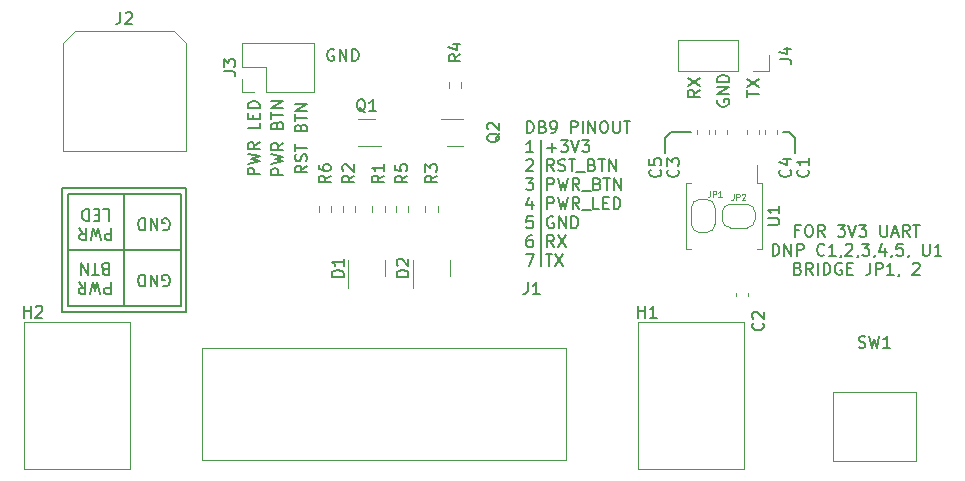
<source format=gto>
%TF.GenerationSoftware,KiCad,Pcbnew,(5.99.0-8090-ga1d7a959f7)*%
%TF.CreationDate,2021-08-13T15:37:55+01:00*%
%TF.ProjectId,conio-b,636f6e69-6f2d-4622-9e6b-696361645f70,rev?*%
%TF.SameCoordinates,Original*%
%TF.FileFunction,Legend,Top*%
%TF.FilePolarity,Positive*%
%FSLAX46Y46*%
G04 Gerber Fmt 4.6, Leading zero omitted, Abs format (unit mm)*
G04 Created by KiCad (PCBNEW (5.99.0-8090-ga1d7a959f7)) date 2021-08-13 15:37:55*
%MOMM*%
%LPD*%
G01*
G04 APERTURE LIST*
%ADD10C,0.150000*%
%ADD11C,0.070000*%
%ADD12C,0.120000*%
G04 APERTURE END LIST*
D10*
X130568750Y-101587500D02*
X121068750Y-101587500D01*
X120568750Y-96337500D02*
X131068750Y-96337500D01*
X131068750Y-96337500D02*
X131068750Y-106837500D01*
X131068750Y-106837500D02*
X120568750Y-106837500D01*
X120568750Y-106837500D02*
X120568750Y-96337500D01*
X182068750Y-91587500D02*
X181568750Y-91587500D01*
X161069179Y-102923324D02*
X161067733Y-92262236D01*
X182568750Y-93337500D02*
X182568750Y-92087500D01*
X172068750Y-91587500D02*
X173318750Y-91587500D01*
X125818750Y-96837500D02*
X125818750Y-106337500D01*
X173318750Y-91587500D02*
X173818750Y-91587500D01*
X182568750Y-92087500D02*
X182068750Y-91587500D01*
X171568750Y-92087500D02*
X172068750Y-91587500D01*
X171568750Y-93337500D02*
X171568750Y-92087500D01*
X121068750Y-96837500D02*
X130568750Y-96837500D01*
X130568750Y-96837500D02*
X130568750Y-106337500D01*
X130568750Y-106337500D02*
X121068750Y-106337500D01*
X121068750Y-106337500D02*
X121068750Y-96837500D01*
X176068750Y-88849404D02*
X176021130Y-88944642D01*
X176021130Y-89087500D01*
X176068750Y-89230357D01*
X176163988Y-89325595D01*
X176259226Y-89373214D01*
X176449702Y-89420833D01*
X176592559Y-89420833D01*
X176783035Y-89373214D01*
X176878273Y-89325595D01*
X176973511Y-89230357D01*
X177021130Y-89087500D01*
X177021130Y-88992261D01*
X176973511Y-88849404D01*
X176925892Y-88801785D01*
X176592559Y-88801785D01*
X176592559Y-88992261D01*
X177021130Y-88373214D02*
X176021130Y-88373214D01*
X177021130Y-87801785D01*
X176021130Y-87801785D01*
X177021130Y-87325595D02*
X176021130Y-87325595D01*
X176021130Y-87087500D01*
X176068750Y-86944642D01*
X176163988Y-86849404D01*
X176259226Y-86801785D01*
X176449702Y-86754166D01*
X176592559Y-86754166D01*
X176783035Y-86801785D01*
X176878273Y-86849404D01*
X176973511Y-86944642D01*
X177021130Y-87087500D01*
X177021130Y-87325595D01*
X178521130Y-88599404D02*
X178521130Y-88027976D01*
X179521130Y-88313690D02*
X178521130Y-88313690D01*
X178521130Y-87789880D02*
X179521130Y-87123214D01*
X178521130Y-87123214D02*
X179521130Y-87789880D01*
X129080654Y-99837500D02*
X129175892Y-99885119D01*
X129318750Y-99885119D01*
X129461607Y-99837500D01*
X129556845Y-99742261D01*
X129604464Y-99647023D01*
X129652083Y-99456547D01*
X129652083Y-99313690D01*
X129604464Y-99123214D01*
X129556845Y-99027976D01*
X129461607Y-98932738D01*
X129318750Y-98885119D01*
X129223511Y-98885119D01*
X129080654Y-98932738D01*
X129033035Y-98980357D01*
X129033035Y-99313690D01*
X129223511Y-99313690D01*
X128604464Y-98885119D02*
X128604464Y-99885119D01*
X128033035Y-98885119D01*
X128033035Y-99885119D01*
X127556845Y-98885119D02*
X127556845Y-99885119D01*
X127318750Y-99885119D01*
X127175892Y-99837500D01*
X127080654Y-99742261D01*
X127033035Y-99647023D01*
X126985416Y-99456547D01*
X126985416Y-99313690D01*
X127033035Y-99123214D01*
X127080654Y-99027976D01*
X127175892Y-98932738D01*
X127318750Y-98885119D01*
X127556845Y-98885119D01*
X137271130Y-95158928D02*
X136271130Y-95158928D01*
X136271130Y-94777976D01*
X136318750Y-94682738D01*
X136366369Y-94635119D01*
X136461607Y-94587500D01*
X136604464Y-94587500D01*
X136699702Y-94635119D01*
X136747321Y-94682738D01*
X136794940Y-94777976D01*
X136794940Y-95158928D01*
X136271130Y-94254166D02*
X137271130Y-94016071D01*
X136556845Y-93825595D01*
X137271130Y-93635119D01*
X136271130Y-93397023D01*
X137271130Y-92444642D02*
X136794940Y-92777976D01*
X137271130Y-93016071D02*
X136271130Y-93016071D01*
X136271130Y-92635119D01*
X136318750Y-92539880D01*
X136366369Y-92492261D01*
X136461607Y-92444642D01*
X136604464Y-92444642D01*
X136699702Y-92492261D01*
X136747321Y-92539880D01*
X136794940Y-92635119D01*
X136794940Y-93016071D01*
X137271130Y-90777976D02*
X137271130Y-91254166D01*
X136271130Y-91254166D01*
X136747321Y-90444642D02*
X136747321Y-90111309D01*
X137271130Y-89968452D02*
X137271130Y-90444642D01*
X136271130Y-90444642D01*
X136271130Y-89968452D01*
X137271130Y-89539880D02*
X136271130Y-89539880D01*
X136271130Y-89301785D01*
X136318750Y-89158928D01*
X136413988Y-89063690D01*
X136509226Y-89016071D01*
X136699702Y-88968452D01*
X136842559Y-88968452D01*
X137033035Y-89016071D01*
X137128273Y-89063690D01*
X137223511Y-89158928D01*
X137271130Y-89301785D01*
X137271130Y-89539880D01*
X159904345Y-91654880D02*
X159904345Y-90654880D01*
X160142440Y-90654880D01*
X160285297Y-90702500D01*
X160380535Y-90797738D01*
X160428154Y-90892976D01*
X160475773Y-91083452D01*
X160475773Y-91226309D01*
X160428154Y-91416785D01*
X160380535Y-91512023D01*
X160285297Y-91607261D01*
X160142440Y-91654880D01*
X159904345Y-91654880D01*
X161237678Y-91131071D02*
X161380535Y-91178690D01*
X161428154Y-91226309D01*
X161475773Y-91321547D01*
X161475773Y-91464404D01*
X161428154Y-91559642D01*
X161380535Y-91607261D01*
X161285297Y-91654880D01*
X160904345Y-91654880D01*
X160904345Y-90654880D01*
X161237678Y-90654880D01*
X161332916Y-90702500D01*
X161380535Y-90750119D01*
X161428154Y-90845357D01*
X161428154Y-90940595D01*
X161380535Y-91035833D01*
X161332916Y-91083452D01*
X161237678Y-91131071D01*
X160904345Y-91131071D01*
X161951964Y-91654880D02*
X162142440Y-91654880D01*
X162237678Y-91607261D01*
X162285297Y-91559642D01*
X162380535Y-91416785D01*
X162428154Y-91226309D01*
X162428154Y-90845357D01*
X162380535Y-90750119D01*
X162332916Y-90702500D01*
X162237678Y-90654880D01*
X162047202Y-90654880D01*
X161951964Y-90702500D01*
X161904345Y-90750119D01*
X161856726Y-90845357D01*
X161856726Y-91083452D01*
X161904345Y-91178690D01*
X161951964Y-91226309D01*
X162047202Y-91273928D01*
X162237678Y-91273928D01*
X162332916Y-91226309D01*
X162380535Y-91178690D01*
X162428154Y-91083452D01*
X163618630Y-91654880D02*
X163618630Y-90654880D01*
X163999583Y-90654880D01*
X164094821Y-90702500D01*
X164142440Y-90750119D01*
X164190059Y-90845357D01*
X164190059Y-90988214D01*
X164142440Y-91083452D01*
X164094821Y-91131071D01*
X163999583Y-91178690D01*
X163618630Y-91178690D01*
X164618630Y-91654880D02*
X164618630Y-90654880D01*
X165094821Y-91654880D02*
X165094821Y-90654880D01*
X165666250Y-91654880D01*
X165666250Y-90654880D01*
X166332916Y-90654880D02*
X166523392Y-90654880D01*
X166618630Y-90702500D01*
X166713869Y-90797738D01*
X166761488Y-90988214D01*
X166761488Y-91321547D01*
X166713869Y-91512023D01*
X166618630Y-91607261D01*
X166523392Y-91654880D01*
X166332916Y-91654880D01*
X166237678Y-91607261D01*
X166142440Y-91512023D01*
X166094821Y-91321547D01*
X166094821Y-90988214D01*
X166142440Y-90797738D01*
X166237678Y-90702500D01*
X166332916Y-90654880D01*
X167190059Y-90654880D02*
X167190059Y-91464404D01*
X167237678Y-91559642D01*
X167285297Y-91607261D01*
X167380535Y-91654880D01*
X167571011Y-91654880D01*
X167666250Y-91607261D01*
X167713869Y-91559642D01*
X167761488Y-91464404D01*
X167761488Y-90654880D01*
X168094821Y-90654880D02*
X168666250Y-90654880D01*
X168380535Y-91654880D02*
X168380535Y-90654880D01*
X160428154Y-93264880D02*
X159856726Y-93264880D01*
X160142440Y-93264880D02*
X160142440Y-92264880D01*
X160047202Y-92407738D01*
X159951964Y-92502976D01*
X159856726Y-92550595D01*
X161618630Y-92883928D02*
X162380535Y-92883928D01*
X161999583Y-93264880D02*
X161999583Y-92502976D01*
X162761488Y-92264880D02*
X163380535Y-92264880D01*
X163047202Y-92645833D01*
X163190059Y-92645833D01*
X163285297Y-92693452D01*
X163332916Y-92741071D01*
X163380535Y-92836309D01*
X163380535Y-93074404D01*
X163332916Y-93169642D01*
X163285297Y-93217261D01*
X163190059Y-93264880D01*
X162904345Y-93264880D01*
X162809107Y-93217261D01*
X162761488Y-93169642D01*
X163666250Y-92264880D02*
X163999583Y-93264880D01*
X164332916Y-92264880D01*
X164571011Y-92264880D02*
X165190059Y-92264880D01*
X164856726Y-92645833D01*
X164999583Y-92645833D01*
X165094821Y-92693452D01*
X165142440Y-92741071D01*
X165190059Y-92836309D01*
X165190059Y-93074404D01*
X165142440Y-93169642D01*
X165094821Y-93217261D01*
X164999583Y-93264880D01*
X164713869Y-93264880D01*
X164618630Y-93217261D01*
X164571011Y-93169642D01*
X159856726Y-93970119D02*
X159904345Y-93922500D01*
X159999583Y-93874880D01*
X160237678Y-93874880D01*
X160332916Y-93922500D01*
X160380535Y-93970119D01*
X160428154Y-94065357D01*
X160428154Y-94160595D01*
X160380535Y-94303452D01*
X159809107Y-94874880D01*
X160428154Y-94874880D01*
X162190059Y-94874880D02*
X161856726Y-94398690D01*
X161618630Y-94874880D02*
X161618630Y-93874880D01*
X161999583Y-93874880D01*
X162094821Y-93922500D01*
X162142440Y-93970119D01*
X162190059Y-94065357D01*
X162190059Y-94208214D01*
X162142440Y-94303452D01*
X162094821Y-94351071D01*
X161999583Y-94398690D01*
X161618630Y-94398690D01*
X162571011Y-94827261D02*
X162713869Y-94874880D01*
X162951964Y-94874880D01*
X163047202Y-94827261D01*
X163094821Y-94779642D01*
X163142440Y-94684404D01*
X163142440Y-94589166D01*
X163094821Y-94493928D01*
X163047202Y-94446309D01*
X162951964Y-94398690D01*
X162761488Y-94351071D01*
X162666250Y-94303452D01*
X162618630Y-94255833D01*
X162571011Y-94160595D01*
X162571011Y-94065357D01*
X162618630Y-93970119D01*
X162666250Y-93922500D01*
X162761488Y-93874880D01*
X162999583Y-93874880D01*
X163142440Y-93922500D01*
X163428154Y-93874880D02*
X163999583Y-93874880D01*
X163713869Y-94874880D02*
X163713869Y-93874880D01*
X164094821Y-94970119D02*
X164856726Y-94970119D01*
X165428154Y-94351071D02*
X165571011Y-94398690D01*
X165618630Y-94446309D01*
X165666250Y-94541547D01*
X165666250Y-94684404D01*
X165618630Y-94779642D01*
X165571011Y-94827261D01*
X165475773Y-94874880D01*
X165094821Y-94874880D01*
X165094821Y-93874880D01*
X165428154Y-93874880D01*
X165523392Y-93922500D01*
X165571011Y-93970119D01*
X165618630Y-94065357D01*
X165618630Y-94160595D01*
X165571011Y-94255833D01*
X165523392Y-94303452D01*
X165428154Y-94351071D01*
X165094821Y-94351071D01*
X165951964Y-93874880D02*
X166523392Y-93874880D01*
X166237678Y-94874880D02*
X166237678Y-93874880D01*
X166856726Y-94874880D02*
X166856726Y-93874880D01*
X167428154Y-94874880D01*
X167428154Y-93874880D01*
X159809107Y-95484880D02*
X160428154Y-95484880D01*
X160094821Y-95865833D01*
X160237678Y-95865833D01*
X160332916Y-95913452D01*
X160380535Y-95961071D01*
X160428154Y-96056309D01*
X160428154Y-96294404D01*
X160380535Y-96389642D01*
X160332916Y-96437261D01*
X160237678Y-96484880D01*
X159951964Y-96484880D01*
X159856726Y-96437261D01*
X159809107Y-96389642D01*
X161618630Y-96484880D02*
X161618630Y-95484880D01*
X161999583Y-95484880D01*
X162094821Y-95532500D01*
X162142440Y-95580119D01*
X162190059Y-95675357D01*
X162190059Y-95818214D01*
X162142440Y-95913452D01*
X162094821Y-95961071D01*
X161999583Y-96008690D01*
X161618630Y-96008690D01*
X162523392Y-95484880D02*
X162761488Y-96484880D01*
X162951964Y-95770595D01*
X163142440Y-96484880D01*
X163380535Y-95484880D01*
X164332916Y-96484880D02*
X163999583Y-96008690D01*
X163761488Y-96484880D02*
X163761488Y-95484880D01*
X164142440Y-95484880D01*
X164237678Y-95532500D01*
X164285297Y-95580119D01*
X164332916Y-95675357D01*
X164332916Y-95818214D01*
X164285297Y-95913452D01*
X164237678Y-95961071D01*
X164142440Y-96008690D01*
X163761488Y-96008690D01*
X164523392Y-96580119D02*
X165285297Y-96580119D01*
X165856726Y-95961071D02*
X165999583Y-96008690D01*
X166047202Y-96056309D01*
X166094821Y-96151547D01*
X166094821Y-96294404D01*
X166047202Y-96389642D01*
X165999583Y-96437261D01*
X165904345Y-96484880D01*
X165523392Y-96484880D01*
X165523392Y-95484880D01*
X165856726Y-95484880D01*
X165951964Y-95532500D01*
X165999583Y-95580119D01*
X166047202Y-95675357D01*
X166047202Y-95770595D01*
X165999583Y-95865833D01*
X165951964Y-95913452D01*
X165856726Y-95961071D01*
X165523392Y-95961071D01*
X166380535Y-95484880D02*
X166951964Y-95484880D01*
X166666250Y-96484880D02*
X166666250Y-95484880D01*
X167285297Y-96484880D02*
X167285297Y-95484880D01*
X167856726Y-96484880D01*
X167856726Y-95484880D01*
X160332916Y-97428214D02*
X160332916Y-98094880D01*
X160094821Y-97047261D02*
X159856726Y-97761547D01*
X160475773Y-97761547D01*
X161618630Y-98094880D02*
X161618630Y-97094880D01*
X161999583Y-97094880D01*
X162094821Y-97142500D01*
X162142440Y-97190119D01*
X162190059Y-97285357D01*
X162190059Y-97428214D01*
X162142440Y-97523452D01*
X162094821Y-97571071D01*
X161999583Y-97618690D01*
X161618630Y-97618690D01*
X162523392Y-97094880D02*
X162761488Y-98094880D01*
X162951964Y-97380595D01*
X163142440Y-98094880D01*
X163380535Y-97094880D01*
X164332916Y-98094880D02*
X163999583Y-97618690D01*
X163761488Y-98094880D02*
X163761488Y-97094880D01*
X164142440Y-97094880D01*
X164237678Y-97142500D01*
X164285297Y-97190119D01*
X164332916Y-97285357D01*
X164332916Y-97428214D01*
X164285297Y-97523452D01*
X164237678Y-97571071D01*
X164142440Y-97618690D01*
X163761488Y-97618690D01*
X164523392Y-98190119D02*
X165285297Y-98190119D01*
X165999583Y-98094880D02*
X165523392Y-98094880D01*
X165523392Y-97094880D01*
X166332916Y-97571071D02*
X166666250Y-97571071D01*
X166809107Y-98094880D02*
X166332916Y-98094880D01*
X166332916Y-97094880D01*
X166809107Y-97094880D01*
X167237678Y-98094880D02*
X167237678Y-97094880D01*
X167475773Y-97094880D01*
X167618630Y-97142500D01*
X167713869Y-97237738D01*
X167761488Y-97332976D01*
X167809107Y-97523452D01*
X167809107Y-97666309D01*
X167761488Y-97856785D01*
X167713869Y-97952023D01*
X167618630Y-98047261D01*
X167475773Y-98094880D01*
X167237678Y-98094880D01*
X160380535Y-98704880D02*
X159904345Y-98704880D01*
X159856726Y-99181071D01*
X159904345Y-99133452D01*
X159999583Y-99085833D01*
X160237678Y-99085833D01*
X160332916Y-99133452D01*
X160380535Y-99181071D01*
X160428154Y-99276309D01*
X160428154Y-99514404D01*
X160380535Y-99609642D01*
X160332916Y-99657261D01*
X160237678Y-99704880D01*
X159999583Y-99704880D01*
X159904345Y-99657261D01*
X159856726Y-99609642D01*
X162142440Y-98752500D02*
X162047202Y-98704880D01*
X161904345Y-98704880D01*
X161761488Y-98752500D01*
X161666250Y-98847738D01*
X161618630Y-98942976D01*
X161571011Y-99133452D01*
X161571011Y-99276309D01*
X161618630Y-99466785D01*
X161666250Y-99562023D01*
X161761488Y-99657261D01*
X161904345Y-99704880D01*
X161999583Y-99704880D01*
X162142440Y-99657261D01*
X162190059Y-99609642D01*
X162190059Y-99276309D01*
X161999583Y-99276309D01*
X162618630Y-99704880D02*
X162618630Y-98704880D01*
X163190059Y-99704880D01*
X163190059Y-98704880D01*
X163666250Y-99704880D02*
X163666250Y-98704880D01*
X163904345Y-98704880D01*
X164047202Y-98752500D01*
X164142440Y-98847738D01*
X164190059Y-98942976D01*
X164237678Y-99133452D01*
X164237678Y-99276309D01*
X164190059Y-99466785D01*
X164142440Y-99562023D01*
X164047202Y-99657261D01*
X163904345Y-99704880D01*
X163666250Y-99704880D01*
X160332916Y-100314880D02*
X160142440Y-100314880D01*
X160047202Y-100362500D01*
X159999583Y-100410119D01*
X159904345Y-100552976D01*
X159856726Y-100743452D01*
X159856726Y-101124404D01*
X159904345Y-101219642D01*
X159951964Y-101267261D01*
X160047202Y-101314880D01*
X160237678Y-101314880D01*
X160332916Y-101267261D01*
X160380535Y-101219642D01*
X160428154Y-101124404D01*
X160428154Y-100886309D01*
X160380535Y-100791071D01*
X160332916Y-100743452D01*
X160237678Y-100695833D01*
X160047202Y-100695833D01*
X159951964Y-100743452D01*
X159904345Y-100791071D01*
X159856726Y-100886309D01*
X162190059Y-101314880D02*
X161856726Y-100838690D01*
X161618630Y-101314880D02*
X161618630Y-100314880D01*
X161999583Y-100314880D01*
X162094821Y-100362500D01*
X162142440Y-100410119D01*
X162190059Y-100505357D01*
X162190059Y-100648214D01*
X162142440Y-100743452D01*
X162094821Y-100791071D01*
X161999583Y-100838690D01*
X161618630Y-100838690D01*
X162523392Y-100314880D02*
X163190059Y-101314880D01*
X163190059Y-100314880D02*
X162523392Y-101314880D01*
X159809107Y-101924880D02*
X160475773Y-101924880D01*
X160047202Y-102924880D01*
X161475773Y-101924880D02*
X162047202Y-101924880D01*
X161761488Y-102924880D02*
X161761488Y-101924880D01*
X162285297Y-101924880D02*
X162951964Y-102924880D01*
X162951964Y-101924880D02*
X162285297Y-102924880D01*
X139271130Y-95206547D02*
X138271130Y-95206547D01*
X138271130Y-94825595D01*
X138318750Y-94730357D01*
X138366369Y-94682738D01*
X138461607Y-94635119D01*
X138604464Y-94635119D01*
X138699702Y-94682738D01*
X138747321Y-94730357D01*
X138794940Y-94825595D01*
X138794940Y-95206547D01*
X138271130Y-94301785D02*
X139271130Y-94063690D01*
X138556845Y-93873214D01*
X139271130Y-93682738D01*
X138271130Y-93444642D01*
X139271130Y-92492261D02*
X138794940Y-92825595D01*
X139271130Y-93063690D02*
X138271130Y-93063690D01*
X138271130Y-92682738D01*
X138318750Y-92587500D01*
X138366369Y-92539880D01*
X138461607Y-92492261D01*
X138604464Y-92492261D01*
X138699702Y-92539880D01*
X138747321Y-92587500D01*
X138794940Y-92682738D01*
X138794940Y-93063690D01*
X138747321Y-90968452D02*
X138794940Y-90825595D01*
X138842559Y-90777976D01*
X138937797Y-90730357D01*
X139080654Y-90730357D01*
X139175892Y-90777976D01*
X139223511Y-90825595D01*
X139271130Y-90920833D01*
X139271130Y-91301785D01*
X138271130Y-91301785D01*
X138271130Y-90968452D01*
X138318750Y-90873214D01*
X138366369Y-90825595D01*
X138461607Y-90777976D01*
X138556845Y-90777976D01*
X138652083Y-90825595D01*
X138699702Y-90873214D01*
X138747321Y-90968452D01*
X138747321Y-91301785D01*
X138271130Y-90444642D02*
X138271130Y-89873214D01*
X139271130Y-90158928D02*
X138271130Y-90158928D01*
X139271130Y-89539880D02*
X138271130Y-89539880D01*
X139271130Y-88968452D01*
X138271130Y-88968452D01*
X124655227Y-104288587D02*
X124655227Y-105288587D01*
X124274274Y-105288587D01*
X124179036Y-105240968D01*
X124131417Y-105193348D01*
X124083798Y-105098110D01*
X124083798Y-104955253D01*
X124131417Y-104860015D01*
X124179036Y-104812396D01*
X124274274Y-104764777D01*
X124655227Y-104764777D01*
X123750465Y-105288587D02*
X123512370Y-104288587D01*
X123321894Y-105002872D01*
X123131417Y-104288587D01*
X122893322Y-105288587D01*
X121940941Y-104288587D02*
X122274274Y-104764777D01*
X122512370Y-104288587D02*
X122512370Y-105288587D01*
X122131417Y-105288587D01*
X122036179Y-105240968D01*
X121988560Y-105193348D01*
X121940941Y-105098110D01*
X121940941Y-104955253D01*
X121988560Y-104860015D01*
X122036179Y-104812396D01*
X122131417Y-104764777D01*
X122512370Y-104764777D01*
X124155227Y-103202396D02*
X124012370Y-103154777D01*
X123964751Y-103107158D01*
X123917132Y-103011920D01*
X123917132Y-102869063D01*
X123964751Y-102773825D01*
X124012370Y-102726206D01*
X124107608Y-102678587D01*
X124488560Y-102678587D01*
X124488560Y-103678587D01*
X124155227Y-103678587D01*
X124059989Y-103630968D01*
X124012370Y-103583348D01*
X123964751Y-103488110D01*
X123964751Y-103392872D01*
X124012370Y-103297634D01*
X124059989Y-103250015D01*
X124155227Y-103202396D01*
X124488560Y-103202396D01*
X123631417Y-103678587D02*
X123059989Y-103678587D01*
X123345703Y-102678587D02*
X123345703Y-103678587D01*
X122726655Y-102678587D02*
X122726655Y-103678587D01*
X122155227Y-102678587D01*
X122155227Y-103678587D01*
X124715487Y-99698774D02*
X124715487Y-100698774D01*
X124334534Y-100698774D01*
X124239296Y-100651155D01*
X124191677Y-100603535D01*
X124144058Y-100508297D01*
X124144058Y-100365440D01*
X124191677Y-100270202D01*
X124239296Y-100222583D01*
X124334534Y-100174964D01*
X124715487Y-100174964D01*
X123810725Y-100698774D02*
X123572630Y-99698774D01*
X123382154Y-100413059D01*
X123191677Y-99698774D01*
X122953582Y-100698774D01*
X122001201Y-99698774D02*
X122334534Y-100174964D01*
X122572630Y-99698774D02*
X122572630Y-100698774D01*
X122191677Y-100698774D01*
X122096439Y-100651155D01*
X122048820Y-100603535D01*
X122001201Y-100508297D01*
X122001201Y-100365440D01*
X122048820Y-100270202D01*
X122096439Y-100222583D01*
X122191677Y-100174964D01*
X122572630Y-100174964D01*
X124025011Y-98088774D02*
X124501201Y-98088774D01*
X124501201Y-99088774D01*
X123691677Y-98612583D02*
X123358344Y-98612583D01*
X123215487Y-98088774D02*
X123691677Y-98088774D01*
X123691677Y-99088774D01*
X123215487Y-99088774D01*
X122786915Y-98088774D02*
X122786915Y-99088774D01*
X122548820Y-99088774D01*
X122405963Y-99041155D01*
X122310725Y-98945916D01*
X122263106Y-98850678D01*
X122215487Y-98660202D01*
X122215487Y-98517345D01*
X122263106Y-98326869D01*
X122310725Y-98231631D01*
X122405963Y-98136393D01*
X122548820Y-98088774D01*
X122786915Y-98088774D01*
X182961607Y-99906071D02*
X182628273Y-99906071D01*
X182628273Y-100429880D02*
X182628273Y-99429880D01*
X183104464Y-99429880D01*
X183675892Y-99429880D02*
X183866369Y-99429880D01*
X183961607Y-99477500D01*
X184056845Y-99572738D01*
X184104464Y-99763214D01*
X184104464Y-100096547D01*
X184056845Y-100287023D01*
X183961607Y-100382261D01*
X183866369Y-100429880D01*
X183675892Y-100429880D01*
X183580654Y-100382261D01*
X183485416Y-100287023D01*
X183437797Y-100096547D01*
X183437797Y-99763214D01*
X183485416Y-99572738D01*
X183580654Y-99477500D01*
X183675892Y-99429880D01*
X185104464Y-100429880D02*
X184771130Y-99953690D01*
X184533035Y-100429880D02*
X184533035Y-99429880D01*
X184913988Y-99429880D01*
X185009226Y-99477500D01*
X185056845Y-99525119D01*
X185104464Y-99620357D01*
X185104464Y-99763214D01*
X185056845Y-99858452D01*
X185009226Y-99906071D01*
X184913988Y-99953690D01*
X184533035Y-99953690D01*
X186199702Y-99429880D02*
X186818750Y-99429880D01*
X186485416Y-99810833D01*
X186628273Y-99810833D01*
X186723511Y-99858452D01*
X186771130Y-99906071D01*
X186818750Y-100001309D01*
X186818750Y-100239404D01*
X186771130Y-100334642D01*
X186723511Y-100382261D01*
X186628273Y-100429880D01*
X186342559Y-100429880D01*
X186247321Y-100382261D01*
X186199702Y-100334642D01*
X187104464Y-99429880D02*
X187437797Y-100429880D01*
X187771130Y-99429880D01*
X188009226Y-99429880D02*
X188628273Y-99429880D01*
X188294940Y-99810833D01*
X188437797Y-99810833D01*
X188533035Y-99858452D01*
X188580654Y-99906071D01*
X188628273Y-100001309D01*
X188628273Y-100239404D01*
X188580654Y-100334642D01*
X188533035Y-100382261D01*
X188437797Y-100429880D01*
X188152083Y-100429880D01*
X188056845Y-100382261D01*
X188009226Y-100334642D01*
X189818750Y-99429880D02*
X189818750Y-100239404D01*
X189866369Y-100334642D01*
X189913988Y-100382261D01*
X190009226Y-100429880D01*
X190199702Y-100429880D01*
X190294940Y-100382261D01*
X190342559Y-100334642D01*
X190390178Y-100239404D01*
X190390178Y-99429880D01*
X190818750Y-100144166D02*
X191294940Y-100144166D01*
X190723511Y-100429880D02*
X191056845Y-99429880D01*
X191390178Y-100429880D01*
X192294940Y-100429880D02*
X191961607Y-99953690D01*
X191723511Y-100429880D02*
X191723511Y-99429880D01*
X192104464Y-99429880D01*
X192199702Y-99477500D01*
X192247321Y-99525119D01*
X192294940Y-99620357D01*
X192294940Y-99763214D01*
X192247321Y-99858452D01*
X192199702Y-99906071D01*
X192104464Y-99953690D01*
X191723511Y-99953690D01*
X192580654Y-99429880D02*
X193152083Y-99429880D01*
X192866369Y-100429880D02*
X192866369Y-99429880D01*
X180699702Y-102039880D02*
X180699702Y-101039880D01*
X180937797Y-101039880D01*
X181080654Y-101087500D01*
X181175892Y-101182738D01*
X181223511Y-101277976D01*
X181271130Y-101468452D01*
X181271130Y-101611309D01*
X181223511Y-101801785D01*
X181175892Y-101897023D01*
X181080654Y-101992261D01*
X180937797Y-102039880D01*
X180699702Y-102039880D01*
X181699702Y-102039880D02*
X181699702Y-101039880D01*
X182271130Y-102039880D01*
X182271130Y-101039880D01*
X182747321Y-102039880D02*
X182747321Y-101039880D01*
X183128273Y-101039880D01*
X183223511Y-101087500D01*
X183271130Y-101135119D01*
X183318750Y-101230357D01*
X183318750Y-101373214D01*
X183271130Y-101468452D01*
X183223511Y-101516071D01*
X183128273Y-101563690D01*
X182747321Y-101563690D01*
X185080654Y-101944642D02*
X185033035Y-101992261D01*
X184890178Y-102039880D01*
X184794940Y-102039880D01*
X184652083Y-101992261D01*
X184556845Y-101897023D01*
X184509226Y-101801785D01*
X184461607Y-101611309D01*
X184461607Y-101468452D01*
X184509226Y-101277976D01*
X184556845Y-101182738D01*
X184652083Y-101087500D01*
X184794940Y-101039880D01*
X184890178Y-101039880D01*
X185033035Y-101087500D01*
X185080654Y-101135119D01*
X186033035Y-102039880D02*
X185461607Y-102039880D01*
X185747321Y-102039880D02*
X185747321Y-101039880D01*
X185652083Y-101182738D01*
X185556845Y-101277976D01*
X185461607Y-101325595D01*
X186509226Y-101992261D02*
X186509226Y-102039880D01*
X186461607Y-102135119D01*
X186413988Y-102182738D01*
X186890178Y-101135119D02*
X186937797Y-101087500D01*
X187033035Y-101039880D01*
X187271130Y-101039880D01*
X187366369Y-101087500D01*
X187413988Y-101135119D01*
X187461607Y-101230357D01*
X187461607Y-101325595D01*
X187413988Y-101468452D01*
X186842559Y-102039880D01*
X187461607Y-102039880D01*
X187937797Y-101992261D02*
X187937797Y-102039880D01*
X187890178Y-102135119D01*
X187842559Y-102182738D01*
X188271130Y-101039880D02*
X188890178Y-101039880D01*
X188556845Y-101420833D01*
X188699702Y-101420833D01*
X188794940Y-101468452D01*
X188842559Y-101516071D01*
X188890178Y-101611309D01*
X188890178Y-101849404D01*
X188842559Y-101944642D01*
X188794940Y-101992261D01*
X188699702Y-102039880D01*
X188413988Y-102039880D01*
X188318750Y-101992261D01*
X188271130Y-101944642D01*
X189366369Y-101992261D02*
X189366369Y-102039880D01*
X189318750Y-102135119D01*
X189271130Y-102182738D01*
X190223511Y-101373214D02*
X190223511Y-102039880D01*
X189985416Y-100992261D02*
X189747321Y-101706547D01*
X190366369Y-101706547D01*
X190794940Y-101992261D02*
X190794940Y-102039880D01*
X190747321Y-102135119D01*
X190699702Y-102182738D01*
X191699702Y-101039880D02*
X191223511Y-101039880D01*
X191175892Y-101516071D01*
X191223511Y-101468452D01*
X191318750Y-101420833D01*
X191556845Y-101420833D01*
X191652083Y-101468452D01*
X191699702Y-101516071D01*
X191747321Y-101611309D01*
X191747321Y-101849404D01*
X191699702Y-101944642D01*
X191652083Y-101992261D01*
X191556845Y-102039880D01*
X191318750Y-102039880D01*
X191223511Y-101992261D01*
X191175892Y-101944642D01*
X192223511Y-101992261D02*
X192223511Y-102039880D01*
X192175892Y-102135119D01*
X192128273Y-102182738D01*
X193413988Y-101039880D02*
X193413988Y-101849404D01*
X193461607Y-101944642D01*
X193509226Y-101992261D01*
X193604464Y-102039880D01*
X193794940Y-102039880D01*
X193890178Y-101992261D01*
X193937797Y-101944642D01*
X193985416Y-101849404D01*
X193985416Y-101039880D01*
X194985416Y-102039880D02*
X194413988Y-102039880D01*
X194699702Y-102039880D02*
X194699702Y-101039880D01*
X194604464Y-101182738D01*
X194509226Y-101277976D01*
X194413988Y-101325595D01*
X182866369Y-103126071D02*
X183009226Y-103173690D01*
X183056845Y-103221309D01*
X183104464Y-103316547D01*
X183104464Y-103459404D01*
X183056845Y-103554642D01*
X183009226Y-103602261D01*
X182913988Y-103649880D01*
X182533035Y-103649880D01*
X182533035Y-102649880D01*
X182866369Y-102649880D01*
X182961607Y-102697500D01*
X183009226Y-102745119D01*
X183056845Y-102840357D01*
X183056845Y-102935595D01*
X183009226Y-103030833D01*
X182961607Y-103078452D01*
X182866369Y-103126071D01*
X182533035Y-103126071D01*
X184104464Y-103649880D02*
X183771130Y-103173690D01*
X183533035Y-103649880D02*
X183533035Y-102649880D01*
X183913988Y-102649880D01*
X184009226Y-102697500D01*
X184056845Y-102745119D01*
X184104464Y-102840357D01*
X184104464Y-102983214D01*
X184056845Y-103078452D01*
X184009226Y-103126071D01*
X183913988Y-103173690D01*
X183533035Y-103173690D01*
X184533035Y-103649880D02*
X184533035Y-102649880D01*
X185009226Y-103649880D02*
X185009226Y-102649880D01*
X185247321Y-102649880D01*
X185390178Y-102697500D01*
X185485416Y-102792738D01*
X185533035Y-102887976D01*
X185580654Y-103078452D01*
X185580654Y-103221309D01*
X185533035Y-103411785D01*
X185485416Y-103507023D01*
X185390178Y-103602261D01*
X185247321Y-103649880D01*
X185009226Y-103649880D01*
X186533035Y-102697500D02*
X186437797Y-102649880D01*
X186294940Y-102649880D01*
X186152083Y-102697500D01*
X186056845Y-102792738D01*
X186009226Y-102887976D01*
X185961607Y-103078452D01*
X185961607Y-103221309D01*
X186009226Y-103411785D01*
X186056845Y-103507023D01*
X186152083Y-103602261D01*
X186294940Y-103649880D01*
X186390178Y-103649880D01*
X186533035Y-103602261D01*
X186580654Y-103554642D01*
X186580654Y-103221309D01*
X186390178Y-103221309D01*
X187009226Y-103126071D02*
X187342559Y-103126071D01*
X187485416Y-103649880D02*
X187009226Y-103649880D01*
X187009226Y-102649880D01*
X187485416Y-102649880D01*
X188961607Y-102649880D02*
X188961607Y-103364166D01*
X188913988Y-103507023D01*
X188818750Y-103602261D01*
X188675892Y-103649880D01*
X188580654Y-103649880D01*
X189437797Y-103649880D02*
X189437797Y-102649880D01*
X189818750Y-102649880D01*
X189913988Y-102697500D01*
X189961607Y-102745119D01*
X190009226Y-102840357D01*
X190009226Y-102983214D01*
X189961607Y-103078452D01*
X189913988Y-103126071D01*
X189818750Y-103173690D01*
X189437797Y-103173690D01*
X190961607Y-103649880D02*
X190390178Y-103649880D01*
X190675892Y-103649880D02*
X190675892Y-102649880D01*
X190580654Y-102792738D01*
X190485416Y-102887976D01*
X190390178Y-102935595D01*
X191437797Y-103602261D02*
X191437797Y-103649880D01*
X191390178Y-103745119D01*
X191342559Y-103792738D01*
X192580654Y-102745119D02*
X192628273Y-102697500D01*
X192723511Y-102649880D01*
X192961607Y-102649880D01*
X193056845Y-102697500D01*
X193104464Y-102745119D01*
X193152083Y-102840357D01*
X193152083Y-102935595D01*
X193104464Y-103078452D01*
X192533035Y-103649880D01*
X193152083Y-103649880D01*
X174521130Y-88004166D02*
X174044940Y-88337500D01*
X174521130Y-88575595D02*
X173521130Y-88575595D01*
X173521130Y-88194642D01*
X173568750Y-88099404D01*
X173616369Y-88051785D01*
X173711607Y-88004166D01*
X173854464Y-88004166D01*
X173949702Y-88051785D01*
X173997321Y-88099404D01*
X174044940Y-88194642D01*
X174044940Y-88575595D01*
X173521130Y-87670833D02*
X174521130Y-87004166D01*
X173521130Y-87004166D02*
X174521130Y-87670833D01*
X129080654Y-104587500D02*
X129175892Y-104635119D01*
X129318750Y-104635119D01*
X129461607Y-104587500D01*
X129556845Y-104492261D01*
X129604464Y-104397023D01*
X129652083Y-104206547D01*
X129652083Y-104063690D01*
X129604464Y-103873214D01*
X129556845Y-103777976D01*
X129461607Y-103682738D01*
X129318750Y-103635119D01*
X129223511Y-103635119D01*
X129080654Y-103682738D01*
X129033035Y-103730357D01*
X129033035Y-104063690D01*
X129223511Y-104063690D01*
X128604464Y-103635119D02*
X128604464Y-104635119D01*
X128033035Y-103635119D01*
X128033035Y-104635119D01*
X127556845Y-103635119D02*
X127556845Y-104635119D01*
X127318750Y-104635119D01*
X127175892Y-104587500D01*
X127080654Y-104492261D01*
X127033035Y-104397023D01*
X126985416Y-104206547D01*
X126985416Y-104063690D01*
X127033035Y-103873214D01*
X127080654Y-103777976D01*
X127175892Y-103682738D01*
X127318750Y-103635119D01*
X127556845Y-103635119D01*
X141271130Y-94420833D02*
X140794940Y-94754166D01*
X141271130Y-94992261D02*
X140271130Y-94992261D01*
X140271130Y-94611309D01*
X140318750Y-94516071D01*
X140366369Y-94468452D01*
X140461607Y-94420833D01*
X140604464Y-94420833D01*
X140699702Y-94468452D01*
X140747321Y-94516071D01*
X140794940Y-94611309D01*
X140794940Y-94992261D01*
X141223511Y-94039880D02*
X141271130Y-93897023D01*
X141271130Y-93658928D01*
X141223511Y-93563690D01*
X141175892Y-93516071D01*
X141080654Y-93468452D01*
X140985416Y-93468452D01*
X140890178Y-93516071D01*
X140842559Y-93563690D01*
X140794940Y-93658928D01*
X140747321Y-93849404D01*
X140699702Y-93944642D01*
X140652083Y-93992261D01*
X140556845Y-94039880D01*
X140461607Y-94039880D01*
X140366369Y-93992261D01*
X140318750Y-93944642D01*
X140271130Y-93849404D01*
X140271130Y-93611309D01*
X140318750Y-93468452D01*
X140271130Y-93182738D02*
X140271130Y-92611309D01*
X141271130Y-92897023D02*
X140271130Y-92897023D01*
X140747321Y-91182738D02*
X140794940Y-91039880D01*
X140842559Y-90992261D01*
X140937797Y-90944642D01*
X141080654Y-90944642D01*
X141175892Y-90992261D01*
X141223511Y-91039880D01*
X141271130Y-91135119D01*
X141271130Y-91516071D01*
X140271130Y-91516071D01*
X140271130Y-91182738D01*
X140318750Y-91087500D01*
X140366369Y-91039880D01*
X140461607Y-90992261D01*
X140556845Y-90992261D01*
X140652083Y-91039880D01*
X140699702Y-91087500D01*
X140747321Y-91182738D01*
X140747321Y-91516071D01*
X140271130Y-90658928D02*
X140271130Y-90087500D01*
X141271130Y-90373214D02*
X140271130Y-90373214D01*
X141271130Y-89754166D02*
X140271130Y-89754166D01*
X141271130Y-89182738D01*
X140271130Y-89182738D01*
X143556845Y-84587500D02*
X143461607Y-84539880D01*
X143318750Y-84539880D01*
X143175892Y-84587500D01*
X143080654Y-84682738D01*
X143033035Y-84777976D01*
X142985416Y-84968452D01*
X142985416Y-85111309D01*
X143033035Y-85301785D01*
X143080654Y-85397023D01*
X143175892Y-85492261D01*
X143318750Y-85539880D01*
X143413988Y-85539880D01*
X143556845Y-85492261D01*
X143604464Y-85444642D01*
X143604464Y-85111309D01*
X143413988Y-85111309D01*
X144033035Y-85539880D02*
X144033035Y-84539880D01*
X144604464Y-85539880D01*
X144604464Y-84539880D01*
X145080654Y-85539880D02*
X145080654Y-84539880D01*
X145318750Y-84539880D01*
X145461607Y-84587500D01*
X145556845Y-84682738D01*
X145604464Y-84777976D01*
X145652083Y-84968452D01*
X145652083Y-85111309D01*
X145604464Y-85301785D01*
X145556845Y-85397023D01*
X145461607Y-85492261D01*
X145318750Y-85539880D01*
X145080654Y-85539880D01*
%TO.C,D2*%
X149871130Y-103825595D02*
X148871130Y-103825595D01*
X148871130Y-103587500D01*
X148918750Y-103444642D01*
X149013988Y-103349404D01*
X149109226Y-103301785D01*
X149299702Y-103254166D01*
X149442559Y-103254166D01*
X149633035Y-103301785D01*
X149728273Y-103349404D01*
X149823511Y-103444642D01*
X149871130Y-103587500D01*
X149871130Y-103825595D01*
X148966369Y-102873214D02*
X148918750Y-102825595D01*
X148871130Y-102730357D01*
X148871130Y-102492261D01*
X148918750Y-102397023D01*
X148966369Y-102349404D01*
X149061607Y-102301785D01*
X149156845Y-102301785D01*
X149299702Y-102349404D01*
X149871130Y-102920833D01*
X149871130Y-102301785D01*
D11*
%TO.C,JP1*%
X175402083Y-96563690D02*
X175402083Y-96920833D01*
X175378273Y-96992261D01*
X175330654Y-97039880D01*
X175259226Y-97063690D01*
X175211607Y-97063690D01*
X175640178Y-97063690D02*
X175640178Y-96563690D01*
X175830654Y-96563690D01*
X175878273Y-96587500D01*
X175902083Y-96611309D01*
X175925892Y-96658928D01*
X175925892Y-96730357D01*
X175902083Y-96777976D01*
X175878273Y-96801785D01*
X175830654Y-96825595D01*
X175640178Y-96825595D01*
X176402083Y-97063690D02*
X176116369Y-97063690D01*
X176259226Y-97063690D02*
X176259226Y-96563690D01*
X176211607Y-96635119D01*
X176163988Y-96682738D01*
X176116369Y-96706547D01*
D10*
%TO.C,U1*%
X180271130Y-99436904D02*
X181080654Y-99436904D01*
X181175892Y-99389285D01*
X181223511Y-99341666D01*
X181271130Y-99246428D01*
X181271130Y-99055952D01*
X181223511Y-98960714D01*
X181175892Y-98913095D01*
X181080654Y-98865476D01*
X180271130Y-98865476D01*
X181271130Y-97865476D02*
X181271130Y-98436904D01*
X181271130Y-98151190D02*
X180271130Y-98151190D01*
X180413988Y-98246428D01*
X180509226Y-98341666D01*
X180556845Y-98436904D01*
%TO.C,H2*%
X117306845Y-107289880D02*
X117306845Y-106289880D01*
X117306845Y-106766071D02*
X117878273Y-106766071D01*
X117878273Y-107289880D02*
X117878273Y-106289880D01*
X118306845Y-106385119D02*
X118354464Y-106337500D01*
X118449702Y-106289880D01*
X118687797Y-106289880D01*
X118783035Y-106337500D01*
X118830654Y-106385119D01*
X118878273Y-106480357D01*
X118878273Y-106575595D01*
X118830654Y-106718452D01*
X118259226Y-107289880D01*
X118878273Y-107289880D01*
%TO.C,Q2*%
X157616369Y-91682738D02*
X157568750Y-91777976D01*
X157473511Y-91873214D01*
X157330654Y-92016071D01*
X157283035Y-92111309D01*
X157283035Y-92206547D01*
X157521130Y-92158928D02*
X157473511Y-92254166D01*
X157378273Y-92349404D01*
X157187797Y-92397023D01*
X156854464Y-92397023D01*
X156663988Y-92349404D01*
X156568750Y-92254166D01*
X156521130Y-92158928D01*
X156521130Y-91968452D01*
X156568750Y-91873214D01*
X156663988Y-91777976D01*
X156854464Y-91730357D01*
X157187797Y-91730357D01*
X157378273Y-91777976D01*
X157473511Y-91873214D01*
X157521130Y-91968452D01*
X157521130Y-92158928D01*
X156616369Y-91349404D02*
X156568750Y-91301785D01*
X156521130Y-91206547D01*
X156521130Y-90968452D01*
X156568750Y-90873214D01*
X156616369Y-90825595D01*
X156711607Y-90777976D01*
X156806845Y-90777976D01*
X156949702Y-90825595D01*
X157521130Y-91397023D01*
X157521130Y-90777976D01*
%TO.C,R2*%
X145271130Y-95254166D02*
X144794940Y-95587500D01*
X145271130Y-95825595D02*
X144271130Y-95825595D01*
X144271130Y-95444642D01*
X144318750Y-95349404D01*
X144366369Y-95301785D01*
X144461607Y-95254166D01*
X144604464Y-95254166D01*
X144699702Y-95301785D01*
X144747321Y-95349404D01*
X144794940Y-95444642D01*
X144794940Y-95825595D01*
X144366369Y-94873214D02*
X144318750Y-94825595D01*
X144271130Y-94730357D01*
X144271130Y-94492261D01*
X144318750Y-94397023D01*
X144366369Y-94349404D01*
X144461607Y-94301785D01*
X144556845Y-94301785D01*
X144699702Y-94349404D01*
X145271130Y-94920833D01*
X145271130Y-94301785D01*
%TO.C,J1*%
X159985416Y-104289880D02*
X159985416Y-105004166D01*
X159937797Y-105147023D01*
X159842559Y-105242261D01*
X159699702Y-105289880D01*
X159604464Y-105289880D01*
X160985416Y-105289880D02*
X160413988Y-105289880D01*
X160699702Y-105289880D02*
X160699702Y-104289880D01*
X160604464Y-104432738D01*
X160509226Y-104527976D01*
X160413988Y-104575595D01*
%TO.C,R3*%
X152271130Y-95254166D02*
X151794940Y-95587500D01*
X152271130Y-95825595D02*
X151271130Y-95825595D01*
X151271130Y-95444642D01*
X151318750Y-95349404D01*
X151366369Y-95301785D01*
X151461607Y-95254166D01*
X151604464Y-95254166D01*
X151699702Y-95301785D01*
X151747321Y-95349404D01*
X151794940Y-95444642D01*
X151794940Y-95825595D01*
X151271130Y-94920833D02*
X151271130Y-94301785D01*
X151652083Y-94635119D01*
X151652083Y-94492261D01*
X151699702Y-94397023D01*
X151747321Y-94349404D01*
X151842559Y-94301785D01*
X152080654Y-94301785D01*
X152175892Y-94349404D01*
X152223511Y-94397023D01*
X152271130Y-94492261D01*
X152271130Y-94777976D01*
X152223511Y-94873214D01*
X152175892Y-94920833D01*
%TO.C,H1*%
X169306845Y-107289880D02*
X169306845Y-106289880D01*
X169306845Y-106766071D02*
X169878273Y-106766071D01*
X169878273Y-107289880D02*
X169878273Y-106289880D01*
X170878273Y-107289880D02*
X170306845Y-107289880D01*
X170592559Y-107289880D02*
X170592559Y-106289880D01*
X170497321Y-106432738D01*
X170402083Y-106527976D01*
X170306845Y-106575595D01*
%TO.C,C3*%
X172675892Y-94754166D02*
X172723511Y-94801785D01*
X172771130Y-94944642D01*
X172771130Y-95039880D01*
X172723511Y-95182738D01*
X172628273Y-95277976D01*
X172533035Y-95325595D01*
X172342559Y-95373214D01*
X172199702Y-95373214D01*
X172009226Y-95325595D01*
X171913988Y-95277976D01*
X171818750Y-95182738D01*
X171771130Y-95039880D01*
X171771130Y-94944642D01*
X171818750Y-94801785D01*
X171866369Y-94754166D01*
X171771130Y-94420833D02*
X171771130Y-93801785D01*
X172152083Y-94135119D01*
X172152083Y-93992261D01*
X172199702Y-93897023D01*
X172247321Y-93849404D01*
X172342559Y-93801785D01*
X172580654Y-93801785D01*
X172675892Y-93849404D01*
X172723511Y-93897023D01*
X172771130Y-93992261D01*
X172771130Y-94277976D01*
X172723511Y-94373214D01*
X172675892Y-94420833D01*
%TO.C,Q1*%
X146223511Y-89885119D02*
X146128273Y-89837500D01*
X146033035Y-89742261D01*
X145890178Y-89599404D01*
X145794940Y-89551785D01*
X145699702Y-89551785D01*
X145747321Y-89789880D02*
X145652083Y-89742261D01*
X145556845Y-89647023D01*
X145509226Y-89456547D01*
X145509226Y-89123214D01*
X145556845Y-88932738D01*
X145652083Y-88837500D01*
X145747321Y-88789880D01*
X145937797Y-88789880D01*
X146033035Y-88837500D01*
X146128273Y-88932738D01*
X146175892Y-89123214D01*
X146175892Y-89456547D01*
X146128273Y-89647023D01*
X146033035Y-89742261D01*
X145937797Y-89789880D01*
X145747321Y-89789880D01*
X147128273Y-89789880D02*
X146556845Y-89789880D01*
X146842559Y-89789880D02*
X146842559Y-88789880D01*
X146747321Y-88932738D01*
X146652083Y-89027976D01*
X146556845Y-89075595D01*
%TO.C,R4*%
X154271130Y-85004166D02*
X153794940Y-85337500D01*
X154271130Y-85575595D02*
X153271130Y-85575595D01*
X153271130Y-85194642D01*
X153318750Y-85099404D01*
X153366369Y-85051785D01*
X153461607Y-85004166D01*
X153604464Y-85004166D01*
X153699702Y-85051785D01*
X153747321Y-85099404D01*
X153794940Y-85194642D01*
X153794940Y-85575595D01*
X153604464Y-84147023D02*
X154271130Y-84147023D01*
X153223511Y-84385119D02*
X153937797Y-84623214D01*
X153937797Y-84004166D01*
%TO.C,C2*%
X179855892Y-107754166D02*
X179903511Y-107801785D01*
X179951130Y-107944642D01*
X179951130Y-108039880D01*
X179903511Y-108182738D01*
X179808273Y-108277976D01*
X179713035Y-108325595D01*
X179522559Y-108373214D01*
X179379702Y-108373214D01*
X179189226Y-108325595D01*
X179093988Y-108277976D01*
X178998750Y-108182738D01*
X178951130Y-108039880D01*
X178951130Y-107944642D01*
X178998750Y-107801785D01*
X179046369Y-107754166D01*
X179046369Y-107373214D02*
X178998750Y-107325595D01*
X178951130Y-107230357D01*
X178951130Y-106992261D01*
X178998750Y-106897023D01*
X179046369Y-106849404D01*
X179141607Y-106801785D01*
X179236845Y-106801785D01*
X179379702Y-106849404D01*
X179951130Y-107420833D01*
X179951130Y-106801785D01*
%TO.C,D1*%
X144371130Y-103825595D02*
X143371130Y-103825595D01*
X143371130Y-103587500D01*
X143418750Y-103444642D01*
X143513988Y-103349404D01*
X143609226Y-103301785D01*
X143799702Y-103254166D01*
X143942559Y-103254166D01*
X144133035Y-103301785D01*
X144228273Y-103349404D01*
X144323511Y-103444642D01*
X144371130Y-103587500D01*
X144371130Y-103825595D01*
X144371130Y-102301785D02*
X144371130Y-102873214D01*
X144371130Y-102587500D02*
X143371130Y-102587500D01*
X143513988Y-102682738D01*
X143609226Y-102777976D01*
X143656845Y-102873214D01*
D11*
%TO.C,JP2*%
X177402083Y-96813690D02*
X177402083Y-97170833D01*
X177378273Y-97242261D01*
X177330654Y-97289880D01*
X177259226Y-97313690D01*
X177211607Y-97313690D01*
X177640178Y-97313690D02*
X177640178Y-96813690D01*
X177830654Y-96813690D01*
X177878273Y-96837500D01*
X177902083Y-96861309D01*
X177925892Y-96908928D01*
X177925892Y-96980357D01*
X177902083Y-97027976D01*
X177878273Y-97051785D01*
X177830654Y-97075595D01*
X177640178Y-97075595D01*
X178116369Y-96861309D02*
X178140178Y-96837500D01*
X178187797Y-96813690D01*
X178306845Y-96813690D01*
X178354464Y-96837500D01*
X178378273Y-96861309D01*
X178402083Y-96908928D01*
X178402083Y-96956547D01*
X178378273Y-97027976D01*
X178092559Y-97313690D01*
X178402083Y-97313690D01*
D10*
%TO.C,J3*%
X134211130Y-86420833D02*
X134925416Y-86420833D01*
X135068273Y-86468452D01*
X135163511Y-86563690D01*
X135211130Y-86706547D01*
X135211130Y-86801785D01*
X134211130Y-86039880D02*
X134211130Y-85420833D01*
X134592083Y-85754166D01*
X134592083Y-85611309D01*
X134639702Y-85516071D01*
X134687321Y-85468452D01*
X134782559Y-85420833D01*
X135020654Y-85420833D01*
X135115892Y-85468452D01*
X135163511Y-85516071D01*
X135211130Y-85611309D01*
X135211130Y-85897023D01*
X135163511Y-85992261D01*
X135115892Y-86039880D01*
%TO.C,R5*%
X149771130Y-95254166D02*
X149294940Y-95587500D01*
X149771130Y-95825595D02*
X148771130Y-95825595D01*
X148771130Y-95444642D01*
X148818750Y-95349404D01*
X148866369Y-95301785D01*
X148961607Y-95254166D01*
X149104464Y-95254166D01*
X149199702Y-95301785D01*
X149247321Y-95349404D01*
X149294940Y-95444642D01*
X149294940Y-95825595D01*
X148771130Y-94349404D02*
X148771130Y-94825595D01*
X149247321Y-94873214D01*
X149199702Y-94825595D01*
X149152083Y-94730357D01*
X149152083Y-94492261D01*
X149199702Y-94397023D01*
X149247321Y-94349404D01*
X149342559Y-94301785D01*
X149580654Y-94301785D01*
X149675892Y-94349404D01*
X149723511Y-94397023D01*
X149771130Y-94492261D01*
X149771130Y-94730357D01*
X149723511Y-94825595D01*
X149675892Y-94873214D01*
%TO.C,R1*%
X147771130Y-95254166D02*
X147294940Y-95587500D01*
X147771130Y-95825595D02*
X146771130Y-95825595D01*
X146771130Y-95444642D01*
X146818750Y-95349404D01*
X146866369Y-95301785D01*
X146961607Y-95254166D01*
X147104464Y-95254166D01*
X147199702Y-95301785D01*
X147247321Y-95349404D01*
X147294940Y-95444642D01*
X147294940Y-95825595D01*
X147771130Y-94301785D02*
X147771130Y-94873214D01*
X147771130Y-94587500D02*
X146771130Y-94587500D01*
X146913988Y-94682738D01*
X147009226Y-94777976D01*
X147056845Y-94873214D01*
%TO.C,C1*%
X183675892Y-94754166D02*
X183723511Y-94801785D01*
X183771130Y-94944642D01*
X183771130Y-95039880D01*
X183723511Y-95182738D01*
X183628273Y-95277976D01*
X183533035Y-95325595D01*
X183342559Y-95373214D01*
X183199702Y-95373214D01*
X183009226Y-95325595D01*
X182913988Y-95277976D01*
X182818750Y-95182738D01*
X182771130Y-95039880D01*
X182771130Y-94944642D01*
X182818750Y-94801785D01*
X182866369Y-94754166D01*
X183771130Y-93801785D02*
X183771130Y-94373214D01*
X183771130Y-94087500D02*
X182771130Y-94087500D01*
X182913988Y-94182738D01*
X183009226Y-94277976D01*
X183056845Y-94373214D01*
%TO.C,R6*%
X143271130Y-95254166D02*
X142794940Y-95587500D01*
X143271130Y-95825595D02*
X142271130Y-95825595D01*
X142271130Y-95444642D01*
X142318750Y-95349404D01*
X142366369Y-95301785D01*
X142461607Y-95254166D01*
X142604464Y-95254166D01*
X142699702Y-95301785D01*
X142747321Y-95349404D01*
X142794940Y-95444642D01*
X142794940Y-95825595D01*
X142271130Y-94397023D02*
X142271130Y-94587500D01*
X142318750Y-94682738D01*
X142366369Y-94730357D01*
X142509226Y-94825595D01*
X142699702Y-94873214D01*
X143080654Y-94873214D01*
X143175892Y-94825595D01*
X143223511Y-94777976D01*
X143271130Y-94682738D01*
X143271130Y-94492261D01*
X143223511Y-94397023D01*
X143175892Y-94349404D01*
X143080654Y-94301785D01*
X142842559Y-94301785D01*
X142747321Y-94349404D01*
X142699702Y-94397023D01*
X142652083Y-94492261D01*
X142652083Y-94682738D01*
X142699702Y-94777976D01*
X142747321Y-94825595D01*
X142842559Y-94873214D01*
%TO.C,J4*%
X181291130Y-85420833D02*
X182005416Y-85420833D01*
X182148273Y-85468452D01*
X182243511Y-85563690D01*
X182291130Y-85706547D01*
X182291130Y-85801785D01*
X181624464Y-84516071D02*
X182291130Y-84516071D01*
X181243511Y-84754166D02*
X181957797Y-84992261D01*
X181957797Y-84373214D01*
%TO.C,C4*%
X182175892Y-94754166D02*
X182223511Y-94801785D01*
X182271130Y-94944642D01*
X182271130Y-95039880D01*
X182223511Y-95182738D01*
X182128273Y-95277976D01*
X182033035Y-95325595D01*
X181842559Y-95373214D01*
X181699702Y-95373214D01*
X181509226Y-95325595D01*
X181413988Y-95277976D01*
X181318750Y-95182738D01*
X181271130Y-95039880D01*
X181271130Y-94944642D01*
X181318750Y-94801785D01*
X181366369Y-94754166D01*
X181604464Y-93897023D02*
X182271130Y-93897023D01*
X181223511Y-94135119D02*
X181937797Y-94373214D01*
X181937797Y-93754166D01*
%TO.C,J2*%
X125485416Y-81419880D02*
X125485416Y-82134166D01*
X125437797Y-82277023D01*
X125342559Y-82372261D01*
X125199702Y-82419880D01*
X125104464Y-82419880D01*
X125913988Y-81515119D02*
X125961607Y-81467500D01*
X126056845Y-81419880D01*
X126294940Y-81419880D01*
X126390178Y-81467500D01*
X126437797Y-81515119D01*
X126485416Y-81610357D01*
X126485416Y-81705595D01*
X126437797Y-81848452D01*
X125866369Y-82419880D01*
X126485416Y-82419880D01*
%TO.C,C5*%
X171175892Y-94754166D02*
X171223511Y-94801785D01*
X171271130Y-94944642D01*
X171271130Y-95039880D01*
X171223511Y-95182738D01*
X171128273Y-95277976D01*
X171033035Y-95325595D01*
X170842559Y-95373214D01*
X170699702Y-95373214D01*
X170509226Y-95325595D01*
X170413988Y-95277976D01*
X170318750Y-95182738D01*
X170271130Y-95039880D01*
X170271130Y-94944642D01*
X170318750Y-94801785D01*
X170366369Y-94754166D01*
X170271130Y-93849404D02*
X170271130Y-94325595D01*
X170747321Y-94373214D01*
X170699702Y-94325595D01*
X170652083Y-94230357D01*
X170652083Y-93992261D01*
X170699702Y-93897023D01*
X170747321Y-93849404D01*
X170842559Y-93801785D01*
X171080654Y-93801785D01*
X171175892Y-93849404D01*
X171223511Y-93897023D01*
X171271130Y-93992261D01*
X171271130Y-94230357D01*
X171223511Y-94325595D01*
X171175892Y-94373214D01*
%TO.C,SW1*%
X187985416Y-109792261D02*
X188128273Y-109839880D01*
X188366369Y-109839880D01*
X188461607Y-109792261D01*
X188509226Y-109744642D01*
X188556845Y-109649404D01*
X188556845Y-109554166D01*
X188509226Y-109458928D01*
X188461607Y-109411309D01*
X188366369Y-109363690D01*
X188175892Y-109316071D01*
X188080654Y-109268452D01*
X188033035Y-109220833D01*
X187985416Y-109125595D01*
X187985416Y-109030357D01*
X188033035Y-108935119D01*
X188080654Y-108887500D01*
X188175892Y-108839880D01*
X188413988Y-108839880D01*
X188556845Y-108887500D01*
X188890178Y-108839880D02*
X189128273Y-109839880D01*
X189318750Y-109125595D01*
X189509226Y-109839880D01*
X189747321Y-108839880D01*
X190652083Y-109839880D02*
X190080654Y-109839880D01*
X190366369Y-109839880D02*
X190366369Y-108839880D01*
X190271130Y-108982738D01*
X190175892Y-109077976D01*
X190080654Y-109125595D01*
D12*
%TO.C,D2*%
X150258750Y-103087500D02*
X150258750Y-102437500D01*
X153378750Y-103087500D02*
X153378750Y-103737500D01*
X153378750Y-103087500D02*
X153378750Y-102437500D01*
X150258750Y-103087500D02*
X150258750Y-104762500D01*
%TO.C,JP1*%
X173818750Y-99375000D02*
X173818750Y-97975000D01*
X175118750Y-100075000D02*
X174518750Y-100075000D01*
X174518750Y-97275000D02*
X175118750Y-97275000D01*
X175818750Y-97975000D02*
X175818750Y-99375000D01*
X173818750Y-97975000D02*
G75*
G02*
X174518750Y-97275000I700000J0D01*
G01*
X175118750Y-97275000D02*
G75*
G02*
X175818750Y-97975000I0J-700000D01*
G01*
X174518750Y-100075000D02*
G75*
G02*
X173818750Y-99375000I0J700000D01*
G01*
X175818750Y-99375000D02*
G75*
G02*
X175118750Y-100075000I-700000J0D01*
G01*
%TO.C,U1*%
X173358750Y-98675000D02*
X173358750Y-101435000D01*
X179353750Y-95915000D02*
X179353750Y-94375000D01*
X179778750Y-98675000D02*
X179778750Y-95915000D01*
X173358750Y-101435000D02*
X173783750Y-101435000D01*
X173358750Y-98675000D02*
X173358750Y-95915000D01*
X173358750Y-95915000D02*
X173783750Y-95915000D01*
X179778750Y-95915000D02*
X179353750Y-95915000D01*
X179778750Y-98675000D02*
X179778750Y-101435000D01*
X179778750Y-101435000D02*
X179353750Y-101435000D01*
%TO.C,H2*%
X126318750Y-107687500D02*
X126318750Y-120087500D01*
X126318750Y-120087500D02*
X117318750Y-120087500D01*
X117318750Y-107687500D02*
X126318750Y-107687500D01*
X117318750Y-120087500D02*
X117318750Y-107687500D01*
%TO.C,Q2*%
X153118750Y-92747500D02*
X154518750Y-92747500D01*
X154518750Y-90427500D02*
X152618750Y-90427500D01*
%TO.C,R2*%
X144296250Y-98342224D02*
X144296250Y-97832776D01*
X145341250Y-98342224D02*
X145341250Y-97832776D01*
%TO.C,J1*%
X163223750Y-109837500D02*
X132413750Y-109837500D01*
X163223750Y-119337500D02*
X163223750Y-109837500D01*
X132413750Y-119337500D02*
X163223750Y-119337500D01*
X132413750Y-109837500D02*
X132413750Y-119337500D01*
%TO.C,R3*%
X151296250Y-98342224D02*
X151296250Y-97832776D01*
X152341250Y-98342224D02*
X152341250Y-97832776D01*
%TO.C,H1*%
X178318750Y-120087500D02*
X169318750Y-120087500D01*
X178318750Y-107687500D02*
X178318750Y-120087500D01*
X169318750Y-120087500D02*
X169318750Y-107687500D01*
X169318750Y-107687500D02*
X178318750Y-107687500D01*
%TO.C,C3*%
X176828750Y-91441233D02*
X176828750Y-91733767D01*
X175808750Y-91441233D02*
X175808750Y-91733767D01*
%TO.C,Q1*%
X145618750Y-92747500D02*
X147518750Y-92747500D01*
X147018750Y-90427500D02*
X145618750Y-90427500D01*
%TO.C,R4*%
X153296250Y-87842224D02*
X153296250Y-87332776D01*
X154341250Y-87842224D02*
X154341250Y-87332776D01*
%TO.C,C2*%
X177558750Y-105191233D02*
X177558750Y-105483767D01*
X178578750Y-105191233D02*
X178578750Y-105483767D01*
%TO.C,D1*%
X144758750Y-103087500D02*
X144758750Y-104762500D01*
X147878750Y-103087500D02*
X147878750Y-103737500D01*
X144758750Y-103087500D02*
X144758750Y-102437500D01*
X147878750Y-103087500D02*
X147878750Y-102437500D01*
%TO.C,JP2*%
X176418750Y-98975000D02*
X176418750Y-98375000D01*
X179218750Y-98375000D02*
X179218750Y-98975000D01*
X177118750Y-97675000D02*
X178518750Y-97675000D01*
X178518750Y-99675000D02*
X177118750Y-99675000D01*
X176418750Y-98375000D02*
G75*
G02*
X177118750Y-97675000I700000J0D01*
G01*
X179218750Y-98975000D02*
G75*
G02*
X178518750Y-99675000I-700000J0D01*
G01*
X177118750Y-99675000D02*
G75*
G02*
X176418750Y-98975000I0J700000D01*
G01*
X178518750Y-97675000D02*
G75*
G02*
X179218750Y-98375000I0J-700000D01*
G01*
%TO.C,J3*%
X135758750Y-86087500D02*
X135758750Y-84027500D01*
X141878750Y-88147500D02*
X141878750Y-84027500D01*
X137818750Y-88147500D02*
X137818750Y-86087500D01*
X137818750Y-88147500D02*
X141878750Y-88147500D01*
X136818750Y-88147500D02*
X135758750Y-88147500D01*
X137818750Y-86087500D02*
X135758750Y-86087500D01*
X135758750Y-88147500D02*
X135758750Y-87087500D01*
X135758750Y-84027500D02*
X141878750Y-84027500D01*
%TO.C,R5*%
X148796250Y-98342224D02*
X148796250Y-97832776D01*
X149841250Y-98342224D02*
X149841250Y-97832776D01*
%TO.C,R1*%
X147841250Y-98342224D02*
X147841250Y-97832776D01*
X146796250Y-98342224D02*
X146796250Y-97832776D01*
%TO.C,C1*%
X181078750Y-91733767D02*
X181078750Y-91441233D01*
X180058750Y-91733767D02*
X180058750Y-91441233D01*
%TO.C,R6*%
X142296250Y-98342224D02*
X142296250Y-97832776D01*
X143341250Y-98342224D02*
X143341250Y-97832776D01*
%TO.C,J4*%
X180398750Y-85087500D02*
X180398750Y-86417500D01*
X177798750Y-83757500D02*
X172658750Y-83757500D01*
X180398750Y-86417500D02*
X179068750Y-86417500D01*
X177798750Y-83757500D02*
X177798750Y-86417500D01*
X172658750Y-83757500D02*
X172658750Y-86417500D01*
X177798750Y-86417500D02*
X172658750Y-86417500D01*
%TO.C,C4*%
X179578750Y-91733767D02*
X179578750Y-91441233D01*
X178558750Y-91733767D02*
X178558750Y-91441233D01*
%TO.C,J2*%
X131003750Y-93187500D02*
X120633750Y-93187500D01*
X120633750Y-93187500D02*
X120633750Y-84057500D01*
X130003750Y-83057500D02*
X131003750Y-84057500D01*
X120633750Y-84057500D02*
X121633750Y-83057500D01*
X131003750Y-84057500D02*
X131003750Y-93187500D01*
X121633750Y-83057500D02*
X130003750Y-83057500D01*
%TO.C,C5*%
X175328750Y-91733767D02*
X175328750Y-91441233D01*
X174308750Y-91733767D02*
X174308750Y-91441233D01*
%TO.C,SW1*%
X185818750Y-119437500D02*
X185818750Y-113587500D01*
X192818750Y-113587500D02*
X192818750Y-119437500D01*
X185818750Y-113587500D02*
X192818750Y-113587500D01*
X192818750Y-119437500D02*
X185818750Y-119437500D01*
%TD*%
M02*

</source>
